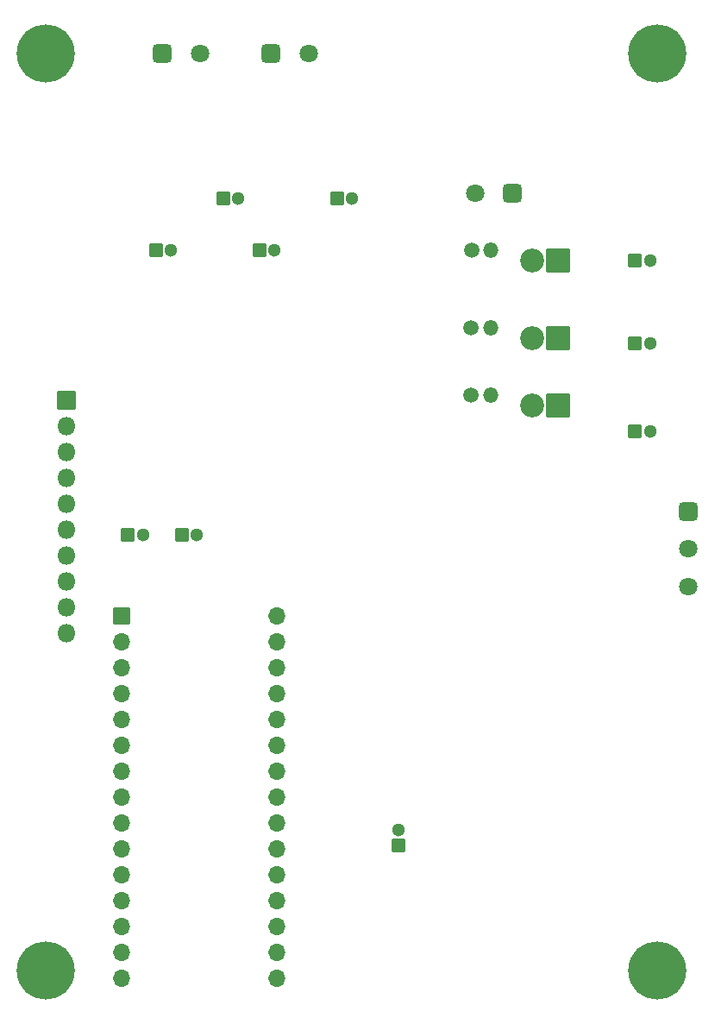
<source format=gbr>
%TF.GenerationSoftware,KiCad,Pcbnew,(7.0.0)*%
%TF.CreationDate,2023-04-05T08:28:24-04:00*%
%TF.ProjectId,BREAD_BLDC,42524541-445f-4424-9c44-432e6b696361,rev?*%
%TF.SameCoordinates,Original*%
%TF.FileFunction,Soldermask,Bot*%
%TF.FilePolarity,Negative*%
%FSLAX46Y46*%
G04 Gerber Fmt 4.6, Leading zero omitted, Abs format (unit mm)*
G04 Created by KiCad (PCBNEW (7.0.0)) date 2023-04-05 08:28:24*
%MOMM*%
%LPD*%
G01*
G04 APERTURE LIST*
G04 Aperture macros list*
%AMRoundRect*
0 Rectangle with rounded corners*
0 $1 Rounding radius*
0 $2 $3 $4 $5 $6 $7 $8 $9 X,Y pos of 4 corners*
0 Add a 4 corners polygon primitive as box body*
4,1,4,$2,$3,$4,$5,$6,$7,$8,$9,$2,$3,0*
0 Add four circle primitives for the rounded corners*
1,1,$1+$1,$2,$3*
1,1,$1+$1,$4,$5*
1,1,$1+$1,$6,$7*
1,1,$1+$1,$8,$9*
0 Add four rect primitives between the rounded corners*
20,1,$1+$1,$2,$3,$4,$5,0*
20,1,$1+$1,$4,$5,$6,$7,0*
20,1,$1+$1,$6,$7,$8,$9,0*
20,1,$1+$1,$8,$9,$2,$3,0*%
G04 Aperture macros list end*
%ADD10C,5.700000*%
%ADD11RoundRect,0.050000X-0.800000X-0.800000X0.800000X-0.800000X0.800000X0.800000X-0.800000X0.800000X0*%
%ADD12O,1.700000X1.700000*%
%ADD13RoundRect,0.050000X-0.600000X-0.600000X0.600000X-0.600000X0.600000X0.600000X-0.600000X0.600000X0*%
%ADD14C,1.300000*%
%ADD15RoundRect,0.050000X-0.850000X-0.850000X0.850000X-0.850000X0.850000X0.850000X-0.850000X0.850000X0*%
%ADD16O,1.800000X1.800000*%
%ADD17RoundRect,0.300000X-0.600000X0.600000X-0.600000X-0.600000X0.600000X-0.600000X0.600000X0.600000X0*%
%ADD18C,1.800000*%
%ADD19RoundRect,0.050000X1.120000X1.120000X-1.120000X1.120000X-1.120000X-1.120000X1.120000X-1.120000X0*%
%ADD20O,2.340000X2.340000*%
%ADD21RoundRect,0.050000X0.600000X-0.600000X0.600000X0.600000X-0.600000X0.600000X-0.600000X-0.600000X0*%
%ADD22C,1.500000*%
%ADD23O,1.500000X1.500000*%
%ADD24RoundRect,0.300000X-0.600000X-0.600000X0.600000X-0.600000X0.600000X0.600000X-0.600000X0.600000X0*%
%ADD25RoundRect,0.300000X0.600000X0.600000X-0.600000X0.600000X-0.600000X-0.600000X0.600000X-0.600000X0*%
G04 APERTURE END LIST*
D10*
%TO.C,H1*%
X127600000Y-44800000D03*
%TD*%
%TO.C,H2*%
X187600000Y-44800000D03*
%TD*%
%TO.C,H3*%
X127600000Y-134800000D03*
%TD*%
%TO.C,H4*%
X187600000Y-134800000D03*
%TD*%
D11*
%TO.C,A1*%
X135000000Y-100000000D03*
D12*
X134999999Y-102539999D03*
X134999999Y-105079999D03*
X134999999Y-107619999D03*
X134999999Y-110159999D03*
X134999999Y-112699999D03*
X134999999Y-115239999D03*
X134999999Y-117779999D03*
X134999999Y-120319999D03*
X134999999Y-122859999D03*
X134999999Y-125399999D03*
X134999999Y-127939999D03*
X134999999Y-130479999D03*
X134999999Y-133019999D03*
X134999999Y-135559999D03*
X150239999Y-135559999D03*
X150239999Y-133019999D03*
X150239999Y-130479999D03*
X150239999Y-127939999D03*
X150239999Y-125399999D03*
X150239999Y-122859999D03*
X150239999Y-120319999D03*
X150239999Y-117779999D03*
X150239999Y-115239999D03*
X150239999Y-112699999D03*
X150239999Y-110159999D03*
X150239999Y-107619999D03*
X150239999Y-105079999D03*
X150239999Y-102539999D03*
X150239999Y-99999999D03*
%TD*%
D13*
%TO.C,C2*%
X140912000Y-92048000D03*
D14*
X142412000Y-92048000D03*
%TD*%
D15*
%TO.C,J1*%
X129600000Y-78800000D03*
D16*
X129599999Y-81339999D03*
X129599999Y-83879999D03*
X129599999Y-86419999D03*
X129599999Y-88959999D03*
X129599999Y-91499999D03*
X129599999Y-94039999D03*
X129599999Y-96579999D03*
X129599999Y-99119999D03*
X129599999Y-101659999D03*
%TD*%
D13*
%TO.C,C1*%
X135593401Y-92048000D03*
D14*
X137093401Y-92048000D03*
%TD*%
D13*
%TO.C,C5*%
X144976000Y-59028000D03*
D14*
X146476000Y-59028000D03*
%TD*%
D17*
%TO.C,J5*%
X190672000Y-89728000D03*
D18*
X190672000Y-93428000D03*
X190672000Y-97128000D03*
%TD*%
D19*
%TO.C,D3*%
X177886000Y-79348000D03*
D20*
X175345999Y-79347999D03*
%TD*%
D19*
%TO.C,D2*%
X177886000Y-72744000D03*
D20*
X175345999Y-72743999D03*
%TD*%
D13*
%TO.C,C4*%
X148532000Y-64108000D03*
D14*
X150032000Y-64108000D03*
%TD*%
D13*
%TO.C,C6*%
X156152000Y-59028000D03*
D14*
X157652000Y-59028000D03*
%TD*%
D19*
%TO.C,D1*%
X177886000Y-65124000D03*
D20*
X175345999Y-65123999D03*
%TD*%
D13*
%TO.C,C10*%
X185377401Y-81888000D03*
D14*
X186877401Y-81888000D03*
%TD*%
D21*
%TO.C,C7*%
X162224000Y-122528000D03*
D14*
X162224000Y-121028000D03*
%TD*%
D22*
%TO.C,R1*%
X169382000Y-64108000D03*
D23*
X171281999Y-64107999D03*
%TD*%
D24*
%TO.C,J3*%
X149706000Y-44804000D03*
D18*
X153406000Y-44804000D03*
%TD*%
D25*
%TO.C,J4*%
X173400000Y-58520000D03*
D18*
X169700000Y-58520000D03*
%TD*%
D22*
%TO.C,R3*%
X169340000Y-78332000D03*
D23*
X171239999Y-78331999D03*
%TD*%
D24*
%TO.C,J2*%
X139038000Y-44804000D03*
D18*
X142738000Y-44804000D03*
%TD*%
D13*
%TO.C,C9*%
X185377401Y-73252000D03*
D14*
X186877401Y-73252000D03*
%TD*%
D22*
%TO.C,R2*%
X169340000Y-71728000D03*
D23*
X171239999Y-71727999D03*
%TD*%
D13*
%TO.C,C8*%
X185377401Y-65124000D03*
D14*
X186877401Y-65124000D03*
%TD*%
D13*
%TO.C,C3*%
X138372000Y-64108000D03*
D14*
X139872000Y-64108000D03*
%TD*%
M02*

</source>
